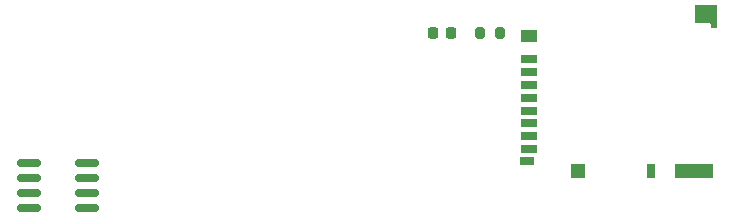
<source format=gbr>
%TF.GenerationSoftware,KiCad,Pcbnew,7.0.2*%
%TF.CreationDate,2023-05-18T15:41:40-05:00*%
%TF.ProjectId,FRC_5690_Common_PCB,4652435f-3536-4393-905f-436f6d6d6f6e,rev?*%
%TF.SameCoordinates,Original*%
%TF.FileFunction,Paste,Bot*%
%TF.FilePolarity,Positive*%
%FSLAX46Y46*%
G04 Gerber Fmt 4.6, Leading zero omitted, Abs format (unit mm)*
G04 Created by KiCad (PCBNEW 7.0.2) date 2023-05-18 15:41:40*
%MOMM*%
%LPD*%
G01*
G04 APERTURE LIST*
G04 Aperture macros list*
%AMRoundRect*
0 Rectangle with rounded corners*
0 $1 Rounding radius*
0 $2 $3 $4 $5 $6 $7 $8 $9 X,Y pos of 4 corners*
0 Add a 4 corners polygon primitive as box body*
4,1,4,$2,$3,$4,$5,$6,$7,$8,$9,$2,$3,0*
0 Add four circle primitives for the rounded corners*
1,1,$1+$1,$2,$3*
1,1,$1+$1,$4,$5*
1,1,$1+$1,$6,$7*
1,1,$1+$1,$8,$9*
0 Add four rect primitives between the rounded corners*
20,1,$1+$1,$2,$3,$4,$5,0*
20,1,$1+$1,$4,$5,$6,$7,0*
20,1,$1+$1,$6,$7,$8,$9,0*
20,1,$1+$1,$8,$9,$2,$3,0*%
%AMRotRect*
0 Rectangle, with rotation*
0 The origin of the aperture is its center*
0 $1 length*
0 $2 width*
0 $3 Rotation angle, in degrees counterclockwise*
0 Add horizontal line*
21,1,$1,$2,0,0,$3*%
G04 Aperture macros list end*
%ADD10RoundRect,0.200000X-0.200000X-0.275000X0.200000X-0.275000X0.200000X0.275000X-0.200000X0.275000X0*%
%ADD11R,1.400000X0.700000*%
%ADD12R,1.200000X0.700000*%
%ADD13R,0.800000X1.200000*%
%ADD14R,1.900000X1.500000*%
%ADD15RotRect,0.200000X0.200000X225.000000*%
%ADD16R,0.500000X0.500000*%
%ADD17R,1.400000X1.000000*%
%ADD18R,3.200000X1.200000*%
%ADD19R,1.200000X1.200000*%
%ADD20RoundRect,0.225000X0.225000X0.250000X-0.225000X0.250000X-0.225000X-0.250000X0.225000X-0.250000X0*%
%ADD21RoundRect,0.150000X0.825000X0.150000X-0.825000X0.150000X-0.825000X-0.150000X0.825000X-0.150000X0*%
G04 APERTURE END LIST*
D10*
%TO.C,R5*%
X153099000Y-62738000D03*
X154749000Y-62738000D03*
%TD*%
D11*
%TO.C,J14*%
X157169000Y-64919000D03*
X157169000Y-66019000D03*
X157169000Y-67119000D03*
X157169000Y-68219000D03*
X157169000Y-69319000D03*
X157169000Y-70419000D03*
X157169000Y-71519000D03*
X157169000Y-72619000D03*
D12*
X157069000Y-73569000D03*
D13*
X167569000Y-74419000D03*
D14*
X172169000Y-61119000D03*
D15*
X172619000Y-61869000D03*
D16*
X172869000Y-62119000D03*
D17*
X157169000Y-63019000D03*
D18*
X171169000Y-74419000D03*
D19*
X161369000Y-74419000D03*
%TD*%
D20*
%TO.C,C3*%
X150635000Y-62738000D03*
X149085000Y-62738000D03*
%TD*%
D21*
%TO.C,U3*%
X119823000Y-73787000D03*
X119823000Y-75057000D03*
X119823000Y-76327000D03*
X119823000Y-77597000D03*
X114873000Y-77597000D03*
X114873000Y-76327000D03*
X114873000Y-75057000D03*
X114873000Y-73787000D03*
%TD*%
M02*

</source>
